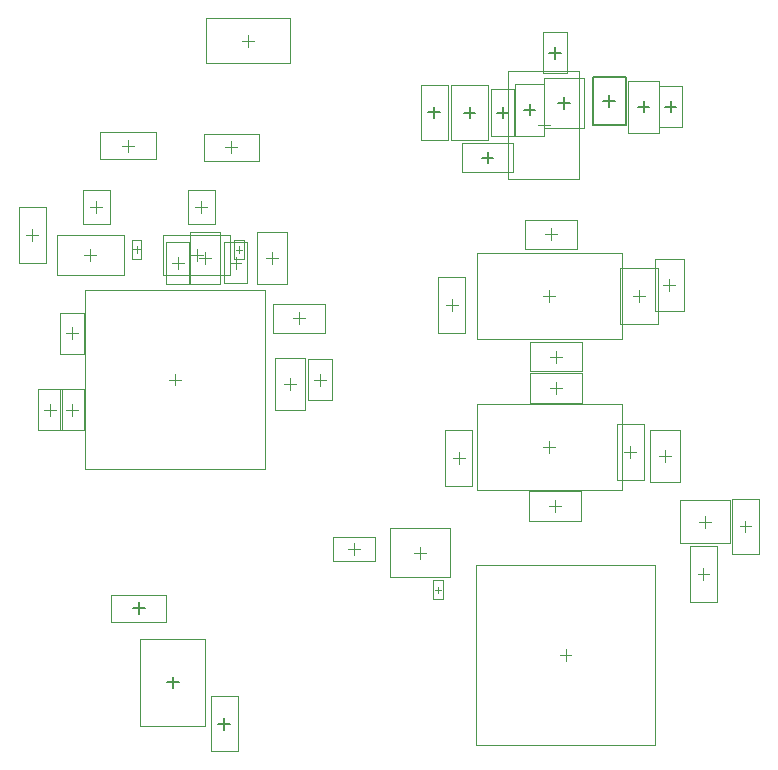
<source format=gbr>
%TF.GenerationSoftware,Altium Limited,Altium Designer,18.0.12 (696)*%
G04 Layer_Color=32768*
%FSLAX26Y26*%
%MOIN*%
%TF.FileFunction,Other,Mechanical_15*%
%TF.Part,Single*%
G01*
G75*
%TA.AperFunction,NonConductor*%
%ADD103C,0.003937*%
%ADD104C,0.005000*%
%ADD115C,0.001968*%
D103*
X970315Y1320000D02*
X1009685D01*
X990000Y1300315D02*
Y1339685D01*
X165000Y1455315D02*
Y1494685D01*
X145315Y1475000D02*
X184685D01*
X90000Y1200315D02*
Y1239685D01*
X70315Y1220000D02*
X109685D01*
X811315Y1726000D02*
X850685D01*
X831000Y1706315D02*
Y1745685D01*
X12315Y1803000D02*
X51685D01*
X32000Y1783315D02*
Y1822685D01*
X1809000Y382315D02*
Y421685D01*
X1789315Y402000D02*
X1828685D01*
X330315Y2100000D02*
X369685D01*
X350000Y2080315D02*
Y2119685D01*
X675315Y2095000D02*
X714685D01*
X695000Y2075315D02*
Y2114685D01*
X730315Y2450000D02*
X769685D01*
X750000Y2430315D02*
Y2469685D01*
X225000Y1715315D02*
Y1754685D01*
X205315Y1735000D02*
X244685D01*
X580000Y1715315D02*
Y1754685D01*
X560315Y1735000D02*
X599685D01*
X2055000Y1580315D02*
Y1619685D01*
X2035315Y1600000D02*
X2074685D01*
X1430000Y1550315D02*
Y1589685D01*
X1410315Y1570000D02*
X1449685D01*
X1716315Y2169000D02*
X1755685D01*
X1736000Y2149315D02*
Y2188685D01*
X2273740Y827504D02*
Y866874D01*
X2254055Y847189D02*
X2293425D01*
X2268740Y652504D02*
Y691874D01*
X2249055Y672189D02*
X2288425D01*
X2408740Y811559D02*
Y850929D01*
X2389055Y831244D02*
X2428425D01*
X1760000Y1785315D02*
Y1824685D01*
X1740315Y1805000D02*
X1779685D01*
X1755000Y1580315D02*
Y1619685D01*
X1735315Y1600000D02*
X1774685D01*
X2135315Y1635000D02*
X2174685D01*
X2155000Y1615315D02*
Y1654685D01*
X1755000Y1075315D02*
Y1114685D01*
X1735315Y1095000D02*
X1774685D01*
X2005315Y1080000D02*
X2044685D01*
X2025000Y1060315D02*
Y1099685D01*
X1776000Y1377315D02*
Y1416685D01*
X1756315Y1397000D02*
X1795685D01*
X1304315Y744000D02*
X1343685D01*
X1324000Y724315D02*
Y763685D01*
X1104000Y735315D02*
Y774685D01*
X1084315Y755000D02*
X1123685D01*
X1775000Y880315D02*
Y919685D01*
X1755315Y900000D02*
X1794685D01*
X2120315Y1065000D02*
X2159685D01*
X2140000Y1045315D02*
Y1084685D01*
X1433315Y1059000D02*
X1472685D01*
X1453000Y1039315D02*
Y1078685D01*
X1777000Y1272315D02*
Y1311685D01*
X1757315Y1292000D02*
X1796685D01*
X488315Y1321000D02*
X527685D01*
X508000Y1301315D02*
Y1340685D01*
X595000Y1875315D02*
Y1914685D01*
X575315Y1895000D02*
X614685D01*
X870315Y1305000D02*
X909685D01*
X890000Y1285315D02*
Y1324685D01*
X145315Y1220000D02*
X184685D01*
X165000Y1200315D02*
Y1239685D01*
X496315Y1709000D02*
X535685D01*
X516000Y1689315D02*
Y1728685D01*
X588315Y1727000D02*
X627685D01*
X608000Y1707315D02*
Y1746685D01*
X689315Y1710000D02*
X728685D01*
X709000Y1690315D02*
Y1729685D01*
X920000Y1505315D02*
Y1544685D01*
X900315Y1525000D02*
X939685D01*
X245000Y1875315D02*
Y1914685D01*
X225315Y1895000D02*
X264685D01*
D104*
X1599000Y2191258D02*
Y2230628D01*
X1579314Y2210942D02*
X1618686D01*
X1489000Y2191260D02*
Y2230630D01*
X1469314Y2210944D02*
X1508684D01*
X1371654Y2191536D02*
Y2230906D01*
X1351968Y2211220D02*
X1391338D01*
X2159000Y2211258D02*
Y2250628D01*
X2139316Y2230944D02*
X2178686D01*
X2069000Y2211258D02*
Y2250628D01*
X2049316Y2230944D02*
X2088686D01*
X1775000Y2390315D02*
Y2429685D01*
X1755314Y2409999D02*
X1794684D01*
X1899212Y2328346D02*
X2009448D01*
X1899212Y2170866D02*
X2009448D01*
X1899212D02*
Y2328346D01*
X2009448Y2170866D02*
Y2328346D01*
X1954330Y2229920D02*
Y2269290D01*
X1934644Y2249606D02*
X1974014D01*
X1689000Y2201260D02*
Y2240630D01*
X1669314Y2220944D02*
X1708684D01*
X1529314Y2060942D02*
X1568686D01*
X1549000Y2041258D02*
Y2080628D01*
X1785062Y2242360D02*
X1824432D01*
X1804748Y2222676D02*
Y2262046D01*
X671000Y154316D02*
Y193686D01*
X651314Y174000D02*
X690684D01*
X366314Y559000D02*
X405684D01*
X386000Y539314D02*
Y578684D01*
X480552Y311088D02*
X519922D01*
X500236Y291402D02*
Y330772D01*
D115*
X950630Y1251102D02*
Y1388898D01*
X1029370Y1251102D02*
Y1388898D01*
X950630Y1251102D02*
X1029370D01*
X950630Y1388898D02*
X1029370D01*
X125630Y1406102D02*
X204370D01*
X125630Y1543898D02*
X204370D01*
X125630Y1406102D02*
Y1543898D01*
X204370Y1406102D02*
Y1543898D01*
X50630Y1288898D02*
X129370D01*
X50630Y1151102D02*
X129370D01*
Y1288898D01*
X50630Y1151102D02*
Y1288898D01*
X781787Y1639386D02*
Y1812614D01*
X880213Y1639386D02*
Y1812614D01*
X781787Y1639386D02*
X880213D01*
X781787Y1812614D02*
X880213D01*
X77275Y1710480D02*
Y1895520D01*
X-13276Y1710480D02*
Y1895520D01*
Y1710480D02*
X77275D01*
X-13276Y1895520D02*
X77275D01*
X1509787Y701213D02*
X2108213D01*
X1509787Y102787D02*
X2108213D01*
X1509787D02*
Y701213D01*
X2108213Y102787D02*
Y701213D01*
X442520Y2054724D02*
Y2145276D01*
X257480Y2054724D02*
Y2145276D01*
X442520D01*
X257480Y2054724D02*
X442520D01*
X787520Y2049724D02*
Y2140276D01*
X602480Y2049724D02*
Y2140276D01*
X787520D01*
X602480Y2049724D02*
X787520D01*
X705252Y1785496D02*
X736748D01*
X705252Y1722504D02*
X736748D01*
X705252D02*
Y1785496D01*
X736748Y1722504D02*
Y1785496D01*
X721000Y1743173D02*
Y1764827D01*
X710173Y1754000D02*
X731827D01*
X363252Y1786496D02*
X394748D01*
X363252Y1723504D02*
X394748D01*
X363252D02*
Y1786496D01*
X394748Y1723504D02*
Y1786496D01*
X379000Y1744173D02*
Y1765827D01*
X368173Y1755000D02*
X389827D01*
X889764Y2375197D02*
Y2524803D01*
X610236Y2375197D02*
Y2524803D01*
X889764D01*
X610236Y2375197D02*
X889764D01*
X113780Y1668071D02*
X336221D01*
X113780Y1801929D02*
X336221D01*
X113780Y1668071D02*
Y1801929D01*
X336221Y1668071D02*
Y1801929D01*
X468780Y1668071D02*
X691221D01*
X468780Y1801929D02*
X691221D01*
X468780Y1668071D02*
Y1801929D01*
X691221Y1668071D02*
Y1801929D01*
X1992008Y1692520D02*
X2117992D01*
X1992008Y1507480D02*
X2117992D01*
Y1692520D01*
X1992008Y1507480D02*
Y1692520D01*
X1384725Y1662520D02*
X1475276D01*
X1384725Y1477480D02*
X1475276D01*
Y1662520D01*
X1384725Y1477480D02*
Y1662520D01*
X1561598Y2132202D02*
X1636402D01*
X1561598Y2289684D02*
X1636402D01*
Y2132202D02*
Y2289684D01*
X1561598Y2132202D02*
Y2289684D01*
X1426008Y2118424D02*
X1551992D01*
X1426008Y2303464D02*
X1551992D01*
Y2118424D02*
Y2303464D01*
X1426008Y2118424D02*
Y2303464D01*
X1326378Y2118700D02*
X1416930D01*
X1326378Y2303740D02*
X1416930D01*
Y2118700D02*
Y2303740D01*
X1326378Y2118700D02*
Y2303740D01*
X2119630Y2162046D02*
X2198370D01*
X2119630Y2299842D02*
X2198370D01*
Y2162046D02*
Y2299842D01*
X2119630Y2162046D02*
Y2299842D01*
X2017820Y2144330D02*
X2120182D01*
X2017820Y2317558D02*
X2120182D01*
Y2144330D02*
Y2317558D01*
X2017820Y2144330D02*
Y2317558D01*
X1735630Y2478897D02*
X1814370D01*
X1735630Y2341103D02*
X1814370D01*
X1735630D02*
Y2478897D01*
X1814370Y2341103D02*
Y2478897D01*
X1639788Y2307560D02*
X1738212D01*
X1639788Y2134330D02*
X1738212D01*
X1639788D02*
Y2307560D01*
X1738212Y2134330D02*
Y2307560D01*
X1635614Y2011730D02*
Y2110156D01*
X1462386Y2011730D02*
Y2110156D01*
X1635614D01*
X1462386Y2011730D02*
X1635614D01*
X1737818Y2159684D02*
Y2325038D01*
X1871678Y2159684D02*
Y2325038D01*
X1737818D02*
X1871678D01*
X1737818Y2159684D02*
X1871678D01*
X625724Y266520D02*
X716276D01*
X625724Y81480D02*
X716276D01*
X625724D02*
Y266520D01*
X716276Y81480D02*
Y266520D01*
X293480Y513724D02*
Y604276D01*
X478520Y513724D02*
Y604276D01*
X293480Y513724D02*
X478520D01*
X293480Y604276D02*
X478520D01*
X608504Y165418D02*
Y456756D01*
X391968Y165418D02*
Y456756D01*
Y165418D02*
X608504D01*
X391968Y456756D02*
X608504D01*
X1617890Y1987898D02*
Y2350102D01*
X1854110Y1987898D02*
Y2350102D01*
X1617890Y1987898D02*
X1854110D01*
X1617890Y2350102D02*
X1854110D01*
X2191063Y776323D02*
X2356417D01*
X2191063Y918055D02*
X2356417D01*
Y776323D02*
Y918055D01*
X2191063Y776323D02*
Y918055D01*
X2223464Y579669D02*
X2314015D01*
X2223464Y764709D02*
X2314015D01*
X2223464Y579669D02*
Y764709D01*
X2314015Y579669D02*
Y764709D01*
X2363464Y738725D02*
X2454015D01*
X2363464Y923764D02*
X2454015D01*
X2363464Y738725D02*
Y923764D01*
X2454015Y738725D02*
Y923764D01*
X1673386Y1854213D02*
X1846614D01*
X1673386Y1755787D02*
X1846614D01*
X1673386D02*
Y1854213D01*
X1846614Y1755787D02*
Y1854213D01*
X1513858Y1742716D02*
X1996142D01*
X1513858Y1457284D02*
X1996142D01*
Y1742716D01*
X1513858Y1457284D02*
Y1742716D01*
X2105787Y1548386D02*
Y1721614D01*
X2204213Y1548386D02*
Y1721614D01*
X2105787Y1548386D02*
X2204213D01*
X2105787Y1721614D02*
X2204213D01*
X1513858Y1237716D02*
X1996142D01*
X1513858Y952284D02*
X1996142D01*
Y1237716D01*
X1513858Y952284D02*
Y1237716D01*
X1979725Y987480D02*
Y1172520D01*
X2070276Y987480D02*
Y1172520D01*
X1979725Y987480D02*
X2070276D01*
X1979725Y1172520D02*
X2070276D01*
X1689386Y1446213D02*
X1862614D01*
X1689386Y1347787D02*
X1862614D01*
X1689386D02*
Y1446213D01*
X1862614Y1347787D02*
Y1446213D01*
X1223606Y663291D02*
Y824709D01*
X1424394Y663291D02*
Y824709D01*
X1223606D02*
X1424394D01*
X1223606Y663291D02*
X1424394D01*
X1373173Y620000D02*
X1394827D01*
X1384000Y609173D02*
Y630827D01*
X1399748Y588504D02*
Y651496D01*
X1368252Y588504D02*
Y651496D01*
X1399748D01*
X1368252Y588504D02*
X1399748D01*
X1035102Y715630D02*
X1172898D01*
X1035102Y794370D02*
X1172898D01*
Y715630D02*
Y794370D01*
X1035102Y715630D02*
Y794370D01*
X1688386Y949213D02*
X1861614D01*
X1688386Y850787D02*
X1861614D01*
X1688386D02*
Y949213D01*
X1861614Y850787D02*
Y949213D01*
X2090787Y978386D02*
Y1151614D01*
X2189213Y978386D02*
Y1151614D01*
X2090787Y978386D02*
X2189213D01*
X2090787Y1151614D02*
X2189213D01*
X1407725Y966480D02*
Y1151520D01*
X1498276Y966480D02*
Y1151520D01*
X1407725Y966480D02*
X1498276D01*
X1407725Y1151520D02*
X1498276D01*
X1690386Y1341213D02*
X1863614D01*
X1690386Y1242787D02*
X1863614D01*
X1690386D02*
Y1341213D01*
X1863614Y1242787D02*
Y1341213D01*
X208787Y1021787D02*
Y1620213D01*
X807213Y1021787D02*
Y1620213D01*
X208787D02*
X807213D01*
X208787Y1021787D02*
X807213D01*
X550512Y1837913D02*
X639488D01*
X550512Y1952087D02*
X639488D01*
Y1837913D02*
Y1952087D01*
X550512Y1837913D02*
Y1952087D01*
X840787Y1218386D02*
Y1391614D01*
X939213Y1218386D02*
Y1391614D01*
X840787Y1218386D02*
X939213D01*
X840787Y1391614D02*
X939213D01*
X125630Y1151102D02*
Y1288898D01*
X204370Y1151102D02*
Y1288898D01*
X125630Y1151102D02*
X204370D01*
X125630Y1288898D02*
X204370D01*
X476630Y1640102D02*
Y1777898D01*
X555370Y1640102D02*
Y1777898D01*
X476630Y1640102D02*
X555370D01*
X476630Y1777898D02*
X555370D01*
X558787Y1640386D02*
Y1813614D01*
X657213Y1640386D02*
Y1813614D01*
X558787Y1640386D02*
X657213D01*
X558787Y1813614D02*
X657213D01*
X669630Y1641102D02*
Y1778898D01*
X748370Y1641102D02*
Y1778898D01*
X669630Y1641102D02*
X748370D01*
X669630Y1778898D02*
X748370D01*
X833386Y1574213D02*
X1006614D01*
X833386Y1475787D02*
X1006614D01*
X833386D02*
Y1574213D01*
X1006614Y1475787D02*
Y1574213D01*
X200512Y1837913D02*
X289488D01*
X200512Y1952087D02*
X289488D01*
Y1837913D02*
Y1952087D01*
X200512Y1837913D02*
Y1952087D01*
%TF.MD5,58259627687189e4eb498fdebc778ced*%
M02*

</source>
